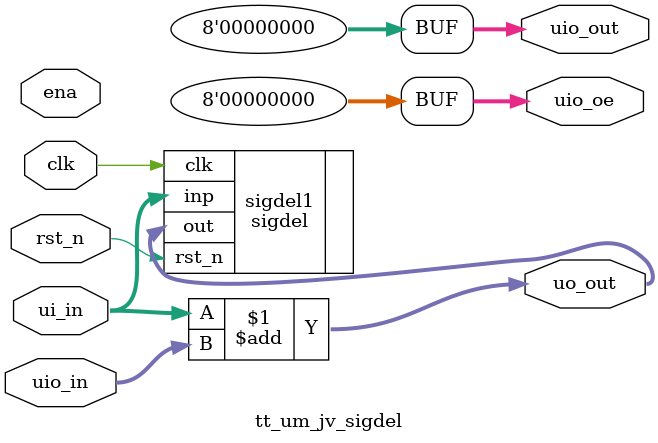
<source format=v>
/*
 * Copyright (c) 2024 Your Name
 * SPDX-License-Identifier: Apache-2.0
 */

`define default_netname none

module tt_um_jv_sigdel (
    input  wire [7:0] ui_in,    // Dedicated inputs
    output wire [7:0] uo_out,   // Dedicated outputs
    input  wire [7:0] uio_in,   // IOs: Input path
    output wire [7:0] uio_out,  // IOs: Output path
    output wire [7:0] uio_oe,   // IOs: Enable path (active high: 0=input, 1=output)
    input  wire       ena,      // will go high when the design is enabled
    input  wire       clk,      // clock
    input  wire       rst_n     // reset_n - low to reset
);

  // All output pins must be assigned. If not used, assign to 0.
  assign uo_out  = ui_in + uio_in;  // Example: ou_out is the sum of ui_in and uio_in
  assign uio_out = 0;
  assign uio_oe  = 0;

sigdel sigdel1(.clk(clk),
               .rst_n(rst_n),
               .inp(ui_in),
               .out(uo_out));

endmodule

</source>
